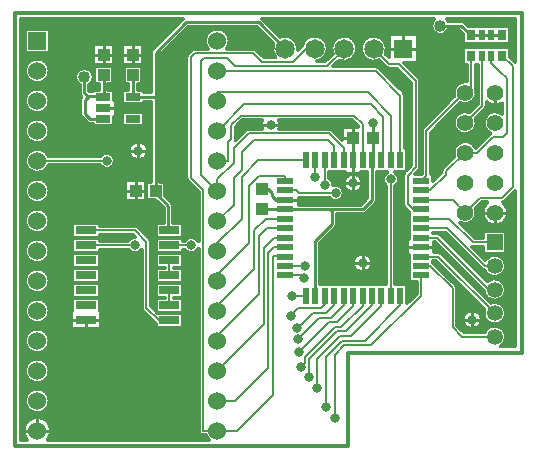
<source format=gtl>
G04 DesignSpark PCB Gerber Version 11.0 Build 5877*
%FSLAX35Y35*%
%MOIN*%
%ADD82R,0.02165X0.03740*%
%ADD80R,0.02362X0.05807*%
%ADD81R,0.03150X0.03740*%
%ADD84R,0.03937X0.03937*%
%ADD86R,0.05315X0.05315*%
%ADD21R,0.06000X0.06000*%
%ADD18R,0.06496X0.06496*%
%ADD15C,0.00800*%
%ADD11C,0.01000*%
%ADD10C,0.01200*%
%ADD14C,0.03200*%
%ADD13C,0.04000*%
%ADD87C,0.05315*%
%ADD83C,0.05500*%
%ADD20C,0.06000*%
%ADD19C,0.06496*%
%ADD79R,0.05807X0.02362*%
%ADD88R,0.04921X0.02559*%
%ADD85R,0.06988X0.02756*%
%ADD78R,0.03937X0.03937*%
X0Y0D02*
D02*
D10*
X2937Y2652D02*
X114222D01*
Y33756D01*
X172053D01*
Y147229D01*
X2937D01*
Y2652D01*
X5137Y145029D02*
Y4852D01*
X6969D01*
G75*
G02*
X5900Y7800I3531J2948D01*
G01*
G75*
G02*
X15100I4600J0D01*
G01*
G75*
G02*
X14031Y4852I-4600J0D01*
G01*
X67650D01*
G75*
G02*
X66684Y6300I2850J2947D01*
G01*
X65769D01*
G75*
G02*
X64269Y7800I0J1500D01*
G01*
Y68482D01*
G75*
G02*
X59617Y68205I-2407J1222D01*
G01*
X59130D01*
Y67225D01*
X49941D01*
Y72178D01*
X59130D01*
Y71205D01*
X59617D01*
G75*
G02*
X64269Y70927I2245J-1500D01*
G01*
Y87370D01*
X60645Y90995D01*
G75*
G02*
X60206Y92056I1061J1061D01*
G01*
Y132381D01*
G75*
G02*
X60645Y133441I1500J0D01*
G01*
X61895Y134692D01*
G75*
G02*
X62958Y135131I1061J-1061D01*
G01*
X67388D01*
G75*
G02*
X66400Y137800I3112J2669D01*
G01*
G75*
G02*
X74600I4100J0D01*
G01*
G75*
G02*
X73612Y135131I-4100J0D01*
G01*
X82491D01*
G75*
G02*
X83554Y134692I2J-1500D01*
G01*
X85928Y132318D01*
X89876D01*
G75*
G02*
X89146Y136922I3260J2877D01*
G01*
X83721Y142346D01*
X60805D01*
X51549Y133091D01*
Y126525D01*
G75*
G02*
X51550Y126475I-1594J-50D01*
G01*
Y90902D01*
X53020D01*
Y86124D01*
X55335Y83811D01*
G75*
G02*
X55805Y82678I-1130J-1133D01*
G01*
Y77178D01*
X59130D01*
Y72225D01*
X49941D01*
Y77178D01*
X52605D01*
Y82015D01*
X49849Y84769D01*
X46882D01*
Y90902D01*
X48350D01*
Y117445D01*
X45961D01*
Y116666D01*
X38839D01*
Y121426D01*
X40724D01*
Y123406D01*
X39256D01*
Y129544D01*
X45394D01*
Y123406D01*
X43924D01*
Y121426D01*
X45961D01*
Y120645D01*
X48350D01*
Y126425D01*
G75*
G02*
X48349Y126475I1594J50D01*
G01*
Y133754D01*
G75*
G02*
X48819Y134887I1600J0D01*
G01*
X58963Y145029D01*
X5137D01*
X49941Y57178D02*
X59130D01*
Y52225D01*
X56034D01*
Y52178D01*
X59130D01*
Y47225D01*
X50519D01*
X50566Y47178D01*
X59130D01*
Y42225D01*
X49941D01*
Y43566D01*
G75*
G02*
X49860Y43641I983J1135D01*
G01*
X45796Y47705D01*
G75*
G02*
X45357Y48765I1061J1061D01*
G01*
Y68211D01*
G75*
G02*
X40861Y68202I-2251J1491D01*
G01*
X31272D01*
Y67225D01*
X22083D01*
Y72178D01*
X31272D01*
Y71202D01*
X40861D01*
G75*
G02*
X43128Y72402I2245J-1500D01*
G01*
X42328Y73202D01*
X31272D01*
Y72225D01*
X22083D01*
Y77178D01*
X31272D01*
Y76202D01*
X42947D01*
G75*
G02*
X44010Y75762I2J-1500D01*
G01*
X47918Y71855D01*
G75*
G02*
X48357Y70794I-1061J-1061D01*
G01*
Y49387D01*
X49941Y47803D01*
Y52178D01*
X53034D01*
Y52225D01*
X49941D01*
Y57178D01*
Y67178D02*
X59130D01*
Y62225D01*
X56034D01*
Y62178D01*
X59130D01*
Y57225D01*
X49941D01*
Y62178D01*
X53034D01*
Y62225D01*
X49941D01*
Y67178D01*
X6400Y17800D02*
G75*
G02*
X14600I4100J0D01*
G01*
G75*
G02*
X6400I-4100J0D01*
G01*
Y27800D02*
G75*
G02*
X14600I4100J0D01*
G01*
G75*
G02*
X6400I-4100J0D01*
G01*
Y37800D02*
G75*
G02*
X14600I4100J0D01*
G01*
G75*
G02*
X6400I-4100J0D01*
G01*
Y47800D02*
G75*
G02*
X14600I4100J0D01*
G01*
G75*
G02*
X6400I-4100J0D01*
G01*
Y57800D02*
G75*
G02*
X14600I4100J0D01*
G01*
G75*
G02*
X6400I-4100J0D01*
G01*
Y67800D02*
G75*
G02*
X14600I4100J0D01*
G01*
G75*
G02*
X6400I-4100J0D01*
G01*
Y77800D02*
G75*
G02*
X14600I4100J0D01*
G01*
G75*
G02*
X6400I-4100J0D01*
G01*
Y87800D02*
G75*
G02*
X14600I4100J0D01*
G01*
G75*
G02*
X6400I-4100J0D01*
G01*
X31483Y99300D02*
G75*
G02*
X36428Y97800I2245J-1500D01*
G01*
G75*
G02*
X31483Y96300I-2700J0D01*
G01*
X14316D01*
G75*
G02*
X6400Y97800I-3816J1500D01*
G01*
G75*
G02*
X14316Y99300I4100J0D01*
G01*
X31483D01*
X31272Y47678D02*
X31772D01*
Y41725D01*
X21583D01*
Y47678D01*
X22083D01*
Y52178D01*
X31272D01*
Y47678D01*
X22083Y57178D02*
X31272D01*
Y52225D01*
X22083D01*
Y57178D01*
Y62178D02*
X31272D01*
Y57225D01*
X22083D01*
Y62178D01*
Y67178D02*
X31272D01*
Y62225D01*
X22083D01*
Y67178D01*
X6400Y107800D02*
G75*
G02*
X14600I4100J0D01*
G01*
G75*
G02*
X6400I-4100J0D01*
G01*
Y117800D02*
G75*
G02*
X14600I4100J0D01*
G01*
G75*
G02*
X6400I-4100J0D01*
G01*
Y127800D02*
G75*
G02*
X14600I4100J0D01*
G01*
G75*
G02*
X6400I-4100J0D01*
G01*
X6402Y141898D02*
X14598D01*
Y133702D01*
X6402D01*
Y141898D01*
X36118Y118225D02*
X36618D01*
Y112465D01*
X36118D01*
Y109265D01*
X28996D01*
Y110043D01*
X28207D01*
G75*
G02*
X27074Y110513I0J1600D01*
G01*
X25252Y112336D01*
G75*
G02*
X24782Y113469I1130J1132D01*
G01*
Y118157D01*
G75*
G02*
X25214Y119251I1600J0D01*
G01*
X25096Y119369D01*
G75*
G02*
X24626Y120502I1130J1133D01*
G01*
Y123005D01*
G75*
G02*
X23126Y125660I1600J2655D01*
G01*
G75*
G02*
X29326I3100J0D01*
G01*
G75*
G02*
X27826Y123005I-3100J0D01*
G01*
Y121165D01*
X27982Y121008D01*
X28996D01*
Y121426D01*
X31034D01*
Y123406D01*
X29567D01*
Y129544D01*
X35701D01*
Y123406D01*
X34234D01*
Y121426D01*
X36118D01*
Y118225D01*
X29067Y136737D02*
X36201D01*
Y129599D01*
X29067D01*
Y136737D01*
X38756D02*
X45894D01*
Y129599D01*
X38756D01*
Y136737D01*
X38839Y114024D02*
X45961D01*
Y109265D01*
X38839D01*
Y114024D01*
X39689Y91402D02*
X46827D01*
Y84269D01*
X39689D01*
Y91402D01*
X41000Y101121D02*
G75*
G02*
X47400I3200J0D01*
G01*
G75*
G02*
X41000I-3200J0D01*
G01*
X5737Y17800D02*
G36*
X5737Y17800D02*
Y5452D01*
X6544D01*
G75*
G02*
X5900Y7799I3953J2347D01*
G01*
G75*
G02*
Y7800I5639J1D01*
G01*
G75*
G02*
X15100I4600J0D01*
G01*
G75*
G02*
Y7799I-5639J0D01*
G01*
G75*
G02*
X14456Y5452I-4597J0D01*
G01*
X67139D01*
G75*
G02*
X66684Y6300I3361J2347D01*
G01*
X65769D01*
G75*
G02*
X64269Y7800I0J1500D01*
G01*
Y17800D01*
X14600D01*
G75*
G02*
X6400I-4100J0D01*
G01*
X5737D01*
G37*
Y27800D02*
G36*
X5737Y27800D02*
Y17800D01*
X6400D01*
G75*
G02*
X14600I4100J0D01*
G01*
X64269D01*
Y27800D01*
X14600D01*
G75*
G02*
X6400I-4100J0D01*
G01*
X5737D01*
G37*
Y37800D02*
G36*
X5737Y37800D02*
Y27800D01*
X6400D01*
G75*
G02*
X14600I4100J0D01*
G01*
X64269D01*
Y37800D01*
X14600D01*
G75*
G02*
X6400I-4100J0D01*
G01*
X5737D01*
G37*
Y47800D02*
G36*
X5737Y47800D02*
Y37800D01*
X6400D01*
G75*
G02*
X14600I4100J0D01*
G01*
X64269D01*
Y47800D01*
X59130D01*
Y47225D01*
X50519D01*
X50566Y47178D01*
X59130D01*
Y42225D01*
X49941D01*
Y43566D01*
G75*
G02*
X49860Y43641I1202J1371D01*
G01*
X45796Y47705D01*
G75*
G02*
X45709Y47800I1060J1061D01*
G01*
X31272D01*
Y47678D01*
X31772D01*
Y41725D01*
X21583D01*
Y47678D01*
X22083D01*
Y47800D01*
X14600D01*
G75*
G02*
X6400I-4100J0D01*
G01*
X5737D01*
G37*
Y54702D02*
G36*
X5737Y54702D02*
Y47800D01*
X6400D01*
G75*
G02*
X14600I4100J0D01*
G01*
X22083D01*
Y52178D01*
X31272D01*
Y47800D01*
X45709D01*
G75*
G02*
X45357Y48765I1148J965D01*
G01*
Y54702D01*
X31272D01*
Y52225D01*
X22083D01*
Y54702D01*
X13185D01*
G75*
G02*
X7815I-2685J3098D01*
G01*
X5737D01*
G37*
X48357D02*
G36*
X48357Y54702D02*
Y49387D01*
X49941Y47803D01*
Y52178D01*
X53034D01*
Y52225D01*
X49941D01*
Y54702D01*
X48357D01*
G37*
X56034Y52225D02*
G36*
X56034Y52225D02*
Y52178D01*
X59130D01*
Y47800D01*
X64269D01*
Y54702D01*
X59130D01*
Y52225D01*
X56034D01*
G37*
X5737Y59702D02*
G36*
X5737Y59702D02*
Y54702D01*
X7815D01*
G75*
G02*
X6400Y57800I2685J3098D01*
G01*
G75*
G02*
X6868Y59702I4100J0D01*
G01*
X5737D01*
G37*
X14600Y57800D02*
G36*
X14600Y57800D02*
G75*
G02*
X13185Y54702I-4100J0D01*
G01*
X22083D01*
Y57178D01*
X31272D01*
Y54702D01*
X45357D01*
Y59702D01*
X31272D01*
Y57225D01*
X22083D01*
Y59702D01*
X14132D01*
G75*
G02*
X14600Y57800I-3632J-1902D01*
G01*
G37*
X48357Y59702D02*
G36*
X48357Y59702D02*
Y54702D01*
X49941D01*
Y57178D01*
X59130D01*
Y54702D01*
X64269D01*
Y59702D01*
X59130D01*
Y57225D01*
X49941D01*
Y59702D01*
X48357D01*
G37*
X5737Y64702D02*
G36*
X5737Y64702D02*
Y59702D01*
X6868D01*
G75*
G02*
X14132I3632J-1902D01*
G01*
X22083D01*
Y62178D01*
X31272D01*
Y59702D01*
X45357D01*
Y64702D01*
X31272D01*
Y62225D01*
X22083D01*
Y64702D01*
X13185D01*
G75*
G02*
X7815I-2685J3098D01*
G01*
X5737D01*
G37*
X48357D02*
G36*
X48357Y64702D02*
Y59702D01*
X49941D01*
Y62178D01*
X53034D01*
Y62225D01*
X49941D01*
Y64702D01*
X48357D01*
G37*
X56034Y62225D02*
G36*
X56034Y62225D02*
Y62178D01*
X59130D01*
Y59702D01*
X64269D01*
Y64702D01*
X59130D01*
Y62225D01*
X56034D01*
G37*
X5737Y67800D02*
G36*
X5737Y67800D02*
Y64702D01*
X7815D01*
G75*
G02*
X6400Y67800I2685J3098D01*
G01*
X5737D01*
G37*
X14600D02*
G36*
X14600Y67800D02*
G75*
G02*
X13185Y64702I-4100J0D01*
G01*
X22083D01*
Y67178D01*
X31272D01*
Y64702D01*
X45357D01*
Y67800D01*
X45022D01*
G75*
G02*
X41189I-1917J1901D01*
G01*
X31272D01*
Y67225D01*
X22083D01*
Y67800D01*
X14600D01*
G37*
X48357D02*
G36*
X48357Y67800D02*
Y64702D01*
X49941D01*
Y67178D01*
X59130D01*
Y64702D01*
X64269D01*
Y67800D01*
X63776D01*
G75*
G02*
X59948I-1913J1904D01*
G01*
X59130D01*
Y67225D01*
X49941D01*
Y67800D01*
X48357D01*
G37*
X5737Y77800D02*
G36*
X5737Y77800D02*
Y67800D01*
X6400D01*
G75*
G02*
X14600I4100J0D01*
G01*
X22083D01*
Y72178D01*
X31272D01*
Y71202D01*
X40861D01*
G75*
G02*
X43128Y72402I2244J-1498D01*
G01*
X42328Y73202D01*
X31272D01*
Y72225D01*
X22083D01*
Y77178D01*
X31272D01*
Y76202D01*
X42947D01*
G75*
G02*
X44010Y75762I2J-1501D01*
G01*
X47918Y71855D01*
G75*
G02*
X48357Y70794I-1060J-1061D01*
G01*
Y67800D01*
X49941D01*
Y72178D01*
X59130D01*
Y71205D01*
X59617D01*
G75*
G02*
X64269Y70927I2245J-1500D01*
G01*
Y77800D01*
X55805D01*
Y77178D01*
X59130D01*
Y72225D01*
X49941D01*
Y77178D01*
X52605D01*
Y77800D01*
X14600D01*
G75*
G02*
X6400I-4100J0D01*
G01*
X5737D01*
G37*
X31272Y68202D02*
G36*
X31272Y68202D02*
Y67800D01*
X41189D01*
G75*
G02*
X40861Y68202I1917J1902D01*
G01*
X31272D01*
G37*
X45022Y67800D02*
G36*
X45022Y67800D02*
X45357D01*
Y68211D01*
G75*
G02*
X45022Y67800I-2251J1491D01*
G01*
G37*
X59130Y68205D02*
G36*
X59130Y68205D02*
Y67800D01*
X59948D01*
G75*
G02*
X59617Y68205I1914J1906D01*
G01*
X59130D01*
G37*
X63776Y67800D02*
G36*
X63776Y67800D02*
X64269D01*
Y68482D01*
G75*
G02*
X63776Y67800I-2407J1222D01*
G01*
G37*
X5737Y87800D02*
G36*
X5737Y87800D02*
Y77800D01*
X6400D01*
G75*
G02*
X14600I4100J0D01*
G01*
X52605D01*
Y82015D01*
X49849Y84769D01*
X46882D01*
Y87800D01*
X46827D01*
Y84269D01*
X39689D01*
Y87800D01*
X14600D01*
G75*
G02*
X6400I-4100J0D01*
G01*
X5737D01*
G37*
X53020D02*
G36*
X53020Y87800D02*
Y86124D01*
X55335Y83811D01*
G75*
G02*
X55805Y82678I-1129J-1132D01*
G01*
Y77800D01*
X64269D01*
Y87370D01*
X63840Y87800D01*
X53020D01*
G37*
X5737Y97800D02*
G36*
X5737Y97800D02*
Y87800D01*
X6400D01*
G75*
G02*
X14600I4100J0D01*
G01*
X39689D01*
Y91402D01*
X46827D01*
Y87800D01*
X46882D01*
Y90902D01*
X48350D01*
Y97800D01*
X36428D01*
Y97800D01*
G75*
G02*
X31483Y96300I-2700J0D01*
G01*
X14316D01*
G75*
G02*
X6400Y97800I-3816J1500D01*
G01*
X5737D01*
G37*
X51550D02*
G36*
X51550Y97800D02*
Y90902D01*
X53020D01*
Y87800D01*
X63840D01*
X60645Y90995D01*
G75*
G02*
X60206Y92056I1060J1061D01*
G01*
Y97800D01*
X51550D01*
G37*
X5737Y101121D02*
G36*
X5737Y101121D02*
Y97800D01*
X6400D01*
G75*
G02*
X8095Y101121I4100J0D01*
G01*
X5737D01*
G37*
X12905D02*
G36*
X12905Y101121D02*
G75*
G02*
X14316Y99300I-2405J-3320D01*
G01*
X31483D01*
G75*
G02*
X36428Y97800I2245J-1500D01*
G01*
Y97800D01*
X48350D01*
Y101121D01*
X47400D01*
G75*
G02*
X41000I-3200J0D01*
G01*
X12905D01*
G37*
X51550D02*
G36*
X51550Y101121D02*
Y97800D01*
X60206D01*
Y101121D01*
X51550D01*
G37*
X5737Y107800D02*
G36*
X5737Y107800D02*
Y101121D01*
X8095D01*
G75*
G02*
X12905I2405J-3321D01*
G01*
X41000D01*
G75*
G02*
X47400I3200J0D01*
G01*
X48350D01*
Y107800D01*
X14600D01*
G75*
G02*
X6400I-4100J0D01*
G01*
X5737D01*
G37*
X51550D02*
G36*
X51550Y107800D02*
Y101121D01*
X60206D01*
Y107800D01*
X51550D01*
G37*
X5737Y111644D02*
G36*
X5737Y111644D02*
Y107800D01*
X6400D01*
G75*
G02*
X9075Y111644I4100J0D01*
G01*
X5737D01*
G37*
X11925D02*
G36*
X11925Y111644D02*
G75*
G02*
X14600Y107800I-1425J-3844D01*
G01*
X48350D01*
Y111644D01*
X45961D01*
Y109265D01*
X38839D01*
Y111644D01*
X36118D01*
Y109265D01*
X28996D01*
Y110043D01*
X28207D01*
G75*
G02*
X27074Y110513I-1J1599D01*
G01*
X25943Y111644D01*
X11925D01*
G37*
X51550D02*
G36*
X51550Y111644D02*
Y107800D01*
X60206D01*
Y111644D01*
X51550D01*
G37*
X5737Y117800D02*
G36*
X5737Y117800D02*
Y111644D01*
X9075D01*
G75*
G02*
X11925I1425J-3845D01*
G01*
X25943D01*
X25252Y112336D01*
G75*
G02*
X24782Y113468I1129J1132D01*
G01*
Y113469D01*
Y117800D01*
X14600D01*
G75*
G02*
X6400I-4100J0D01*
G01*
X5737D01*
G37*
X36118Y112465D02*
G36*
X36118Y112465D02*
Y111644D01*
X38839D01*
Y114024D01*
X45961D01*
Y111644D01*
X48350D01*
Y117445D01*
X45961D01*
Y116666D01*
X38839D01*
Y117800D01*
X36618D01*
Y112465D01*
X36118D01*
G37*
X51550Y117800D02*
G36*
X51550Y117800D02*
Y111644D01*
X60206D01*
Y117800D01*
X51550D01*
G37*
X5737Y127800D02*
G36*
X5737Y127800D02*
Y117800D01*
X6400D01*
G75*
G02*
X14600I4100J0D01*
G01*
X24782D01*
Y118157D01*
Y118158D01*
G75*
G02*
X25214Y119251I1599J0D01*
G01*
X25096Y119369D01*
G75*
G02*
X24626Y120502I1129J1132D01*
G01*
Y120502D01*
Y123005D01*
G75*
G02*
X23126Y125659I1599J2655D01*
G01*
Y125660D01*
G75*
G02*
X23983Y127800I3100J0D01*
G01*
X14600D01*
G75*
G02*
X6400I-4100J0D01*
G01*
X5737D01*
G37*
X27826Y123005D02*
G36*
X27826Y123005D02*
Y121165D01*
X27982Y121008D01*
X28996D01*
Y121426D01*
X31034D01*
Y123406D01*
X29567D01*
Y127800D01*
X28468D01*
G75*
G02*
X29326Y125660I-2243J-2141D01*
G01*
Y125659D01*
G75*
G02*
X27826Y123005I-3099J0D01*
G01*
G37*
X34234Y123406D02*
G36*
X34234Y123406D02*
Y121426D01*
X36118D01*
Y118225D01*
X36618D01*
Y117800D01*
X38839D01*
Y121426D01*
X40724D01*
Y123406D01*
X39256D01*
Y127800D01*
X35701D01*
Y123406D01*
X34234D01*
G37*
X43924D02*
G36*
X43924Y123406D02*
Y121426D01*
X45961D01*
Y120645D01*
X48350D01*
Y126425D01*
G75*
G02*
X48349Y126475I102313J1636D01*
G01*
Y127800D01*
X45394D01*
Y123406D01*
X43924D01*
G37*
X51549Y127800D02*
G36*
X51549Y127800D02*
Y126525D01*
G75*
G02*
X51550Y126475I-102313J-1636D01*
G01*
Y117800D01*
X60206D01*
Y127800D01*
X51549D01*
G37*
X5737Y133168D02*
G36*
X5737Y133168D02*
Y127800D01*
X6400D01*
G75*
G02*
X14600I4100J0D01*
G01*
X23983D01*
G75*
G02*
X28468I2243J-2140D01*
G01*
X29567D01*
Y129544D01*
X35701D01*
Y127800D01*
X39256D01*
Y129544D01*
X45394D01*
Y127800D01*
X48349D01*
Y133168D01*
X45894D01*
Y129599D01*
X38756D01*
Y133168D01*
X36201D01*
Y129599D01*
X29067D01*
Y133168D01*
X5737D01*
G37*
X51549Y133091D02*
G36*
X51549Y133091D02*
Y127800D01*
X60206D01*
Y132381D01*
G75*
G02*
X60429Y133168I1500J0D01*
G01*
X51626D01*
X51549Y133091D01*
G37*
X85078Y133168D02*
G36*
X85078Y133168D02*
X85928Y132318D01*
X89276D01*
Y133168D01*
X85078D01*
G37*
X5737Y137800D02*
G36*
X5737Y137800D02*
Y133168D01*
X29067D01*
Y136737D01*
X36201D01*
Y133168D01*
X38756D01*
Y136737D01*
X45894D01*
Y133168D01*
X48349D01*
Y133754D01*
Y133754D01*
G75*
G02*
X48819Y134887I1599J0D01*
G01*
X51733Y137800D01*
X14598D01*
Y133702D01*
X6402D01*
Y137800D01*
X5737D01*
G37*
X56259D02*
G36*
X56259Y137800D02*
X51626Y133168D01*
X60429D01*
G75*
G02*
X60645Y133441I1276J-788D01*
G01*
X61895Y134692D01*
G75*
G02*
X62958Y135131I1061J-1061D01*
G01*
X67388D01*
G75*
G02*
X66400Y137800I3116J2670D01*
G01*
X56259D01*
G37*
X74600Y137799D02*
G36*
X74600Y137799D02*
G75*
G02*
X73612Y135131I-4098J0D01*
G01*
X82491D01*
G75*
G02*
X83554Y134692I2J-1501D01*
G01*
X85078Y133168D01*
X89276D01*
Y133194D01*
G75*
G02*
X88788Y135195I3860J2001D01*
G01*
G75*
G02*
X89146Y136922I4349J0D01*
G01*
X88268Y137800D01*
X74600D01*
G75*
G02*
Y137799I-5639J0D01*
G01*
G37*
X5737Y144429D02*
G36*
X5737Y144429D02*
Y137800D01*
X6402D01*
Y141898D01*
X14598D01*
Y137800D01*
X51733D01*
X58363Y144429D01*
X5737D01*
G37*
X60805Y142346D02*
G36*
X60805Y142346D02*
X56259Y137800D01*
X66400D01*
G75*
G02*
X74600I4100J0D01*
G01*
X88268D01*
X83721Y142346D01*
X60805D01*
G37*
X76647Y105070D02*
G75*
G02*
X76600Y104694I-1500J-1D01*
G01*
X80026Y108121D01*
G75*
G02*
X81089Y108560I1061J-1061D01*
G01*
X85358D01*
G75*
G02*
X85434Y111343I2918J1313D01*
G01*
X78894D01*
X76647Y109096D01*
Y105070D01*
G36*
X76647Y105070D02*
G75*
G02*
X76600Y104694I-1500J-1D01*
G01*
X80026Y108121D01*
G75*
G02*
X81089Y108560I1061J-1061D01*
G01*
X85358D01*
G75*
G02*
X85434Y111343I2918J1313D01*
G01*
X78894D01*
X76647Y109096D01*
Y105070D01*
G37*
X85563Y145029D02*
X91408Y139185D01*
G75*
G02*
X97484Y135195I1728J-3990D01*
G01*
G75*
G02*
X97463Y134770I-4350J1D01*
G01*
X98709Y136016D01*
G75*
G02*
X107326Y135195I4270J-821D01*
G01*
G75*
G02*
X103722Y130911I-4348J0D01*
G01*
X106567D01*
X108923Y133268D01*
G75*
G02*
X112821Y139543I3898J1927D01*
G01*
G75*
G02*
X117169Y135195I0J-4348D01*
G01*
G75*
G02*
X111100Y131202I-4348J0D01*
G01*
X109198Y129300D01*
X123295D01*
G75*
G02*
X124358Y128861I2J-1500D01*
G01*
X132594Y120625D01*
G75*
G02*
X133033Y119564I-1061J-1061D01*
G01*
Y101926D01*
X133815D01*
Y94857D01*
X135229Y96272D01*
Y123632D01*
X130325Y128536D01*
X127821D01*
G75*
G02*
X126759Y128977I0J1500D01*
G01*
X124488Y131248D01*
G75*
G02*
X118315Y135195I-1825J3946D01*
G01*
G75*
G02*
X122663Y139543I4348J0D01*
G01*
G75*
G02*
X126610Y133369I0J-4348D01*
G01*
X127657Y132322D01*
Y140044D01*
X137354D01*
Y130347D01*
X132756D01*
X137790Y125314D01*
G75*
G02*
X138229Y124253I-1061J-1061D01*
G01*
Y95650D01*
G75*
G02*
X137790Y94590I-1500J0D01*
G01*
X136559Y93359D01*
X138535D01*
X138669Y93493D01*
Y107842D01*
G75*
G02*
X139109Y108902I1500J0D01*
G01*
X149489Y119283D01*
G75*
G02*
X153672Y124315I3652J1219D01*
G01*
Y125518D01*
G75*
G02*
X153614Y125933I1441J415D01*
G01*
Y129776D01*
X152439D01*
Y135713D01*
X168220D01*
Y132297D01*
X169853Y130665D01*
Y145029D01*
X147064D01*
G75*
G02*
X147512Y144453I-2207J-2176D01*
G01*
X151890D01*
G75*
G02*
X153023Y143983I0J-1600D01*
G01*
X154206Y142800D01*
X168220D01*
Y136863D01*
X152439D01*
Y140041D01*
X151228Y141253D01*
X147512D01*
G75*
G02*
X141757Y142853I-2655J1600D01*
G01*
G75*
G02*
X142649Y145029I3100J0D01*
G01*
X85563D01*
G36*
X85563Y145029D02*
X91408Y139185D01*
G75*
G02*
X97484Y135195I1728J-3990D01*
G01*
G75*
G02*
X97463Y134770I-4350J1D01*
G01*
X98709Y136016D01*
G75*
G02*
X107326Y135195I4270J-821D01*
G01*
G75*
G02*
X103722Y130911I-4348J0D01*
G01*
X106567D01*
X108923Y133268D01*
G75*
G02*
X112821Y139543I3898J1927D01*
G01*
G75*
G02*
X117169Y135195I0J-4348D01*
G01*
G75*
G02*
X111100Y131202I-4348J0D01*
G01*
X109198Y129300D01*
X123295D01*
G75*
G02*
X124358Y128861I2J-1500D01*
G01*
X132594Y120625D01*
G75*
G02*
X133033Y119564I-1061J-1061D01*
G01*
Y101926D01*
X133815D01*
Y94857D01*
X135229Y96272D01*
Y123632D01*
X130325Y128536D01*
X127821D01*
G75*
G02*
X126759Y128977I0J1500D01*
G01*
X124488Y131248D01*
G75*
G02*
X118315Y135195I-1825J3946D01*
G01*
G75*
G02*
X122663Y139543I4348J0D01*
G01*
G75*
G02*
X126610Y133369I0J-4348D01*
G01*
X127657Y132322D01*
Y140044D01*
X137354D01*
Y130347D01*
X132756D01*
X137790Y125314D01*
G75*
G02*
X138229Y124253I-1061J-1061D01*
G01*
Y95650D01*
G75*
G02*
X137790Y94590I-1500J0D01*
G01*
X136559Y93359D01*
X138535D01*
X138669Y93493D01*
Y107842D01*
G75*
G02*
X139109Y108902I1500J0D01*
G01*
X149489Y119283D01*
G75*
G02*
X153672Y124315I3652J1219D01*
G01*
Y125518D01*
G75*
G02*
X153614Y125933I1441J415D01*
G01*
Y129776D01*
X152439D01*
Y135713D01*
X168220D01*
Y132297D01*
X169853Y130665D01*
Y145029D01*
X147064D01*
G75*
G02*
X147512Y144453I-2207J-2176D01*
G01*
X151890D01*
G75*
G02*
X153023Y143983I0J-1600D01*
G01*
X154206Y142800D01*
X168220D01*
Y136863D01*
X152439D01*
Y140041D01*
X151228Y141253D01*
X147512D01*
G75*
G02*
X141757Y142853I-2655J1600D01*
G01*
G75*
G02*
X142649Y145029I3100J0D01*
G01*
X85563D01*
G37*
X91119Y111343D02*
G75*
G02*
X91194Y108560I-2843J-1470D01*
G01*
X107788D01*
G75*
G02*
X108851Y108121I2J-1500D01*
G01*
X112094Y104877D01*
Y109066D01*
X117435D01*
Y109385D01*
X115476Y111343D01*
X91119D01*
G36*
X91119Y111343D02*
G75*
G02*
X91194Y108560I-2843J-1470D01*
G01*
X107788D01*
G75*
G02*
X108851Y108121I2J-1500D01*
G01*
X112094Y104877D01*
Y109066D01*
X117435D01*
Y109385D01*
X115476Y111343D01*
X91119D01*
G37*
X97697Y85554D02*
Y83183D01*
X118405D01*
X120484Y85263D01*
Y93918D01*
X118567D01*
Y93418D01*
X116646D01*
G75*
G02*
X118985Y90336I-861J-3082D01*
G01*
G75*
G02*
X112585I-3200J0D01*
G01*
G75*
G02*
X114924Y93418I3200J0D01*
G01*
X113004D01*
Y93918D01*
X107836D01*
Y92158D01*
G75*
G02*
X109107Y89867I-1429J-2291D01*
G01*
G75*
G02*
X109093Y89596I-2701J2D01*
G01*
G75*
G02*
X112702Y87054I909J-2543D01*
G01*
G75*
G02*
X107757Y85554I-2700J0D01*
G01*
X97697D01*
G36*
X97697Y85554D02*
Y83183D01*
X118405D01*
X120484Y85263D01*
Y93918D01*
X118567D01*
Y93418D01*
X116646D01*
G75*
G02*
X118985Y90336I-861J-3082D01*
G01*
G75*
G02*
X112585I-3200J0D01*
G01*
G75*
G02*
X114924Y93418I3200J0D01*
G01*
X113004D01*
Y93918D01*
X107836D01*
Y92158D01*
G75*
G02*
X109107Y89867I-1429J-2291D01*
G01*
G75*
G02*
X109093Y89596I-2701J2D01*
G01*
G75*
G02*
X112702Y87054I909J-2543D01*
G01*
G75*
G02*
X107757Y85554I-2700J0D01*
G01*
X97697D01*
G37*
X104785Y70510D02*
Y56745D01*
X126883D01*
Y89342D01*
G75*
G02*
X127022Y93918I1500J2245D01*
G01*
X123684D01*
Y84600D01*
G75*
G02*
X123214Y83468I-1600J0D01*
G01*
X120200Y80454D01*
G75*
G02*
X119067Y79983I-1133J1130D01*
G01*
X110509D01*
Y76894D01*
G75*
G02*
X110039Y75761I-1600J0D01*
G01*
X104785Y70510D01*
X115711Y63765D02*
G75*
G02*
X122111I3200J0D01*
G01*
G75*
G02*
X115711I-3200J0D01*
G01*
X105385D02*
G36*
X105385Y63765D02*
Y57345D01*
X126422D01*
Y63765D01*
X122111D01*
G75*
G02*
X115711I-3200J0D01*
G01*
X105385D01*
G37*
Y71110D02*
G36*
X105385Y71110D02*
Y63765D01*
X115711D01*
G75*
G02*
X122111I3200J0D01*
G01*
X126422D01*
Y89731D01*
G75*
G02*
X125683Y91587I1962J1855D01*
G01*
G75*
G02*
X126312Y93318I2700J0D01*
G01*
X123684D01*
Y84600D01*
Y84600D01*
G75*
G02*
X123214Y83468I-1599J0D01*
G01*
X120200Y80454D01*
G75*
G02*
X119067Y79983I-1132J1129D01*
G01*
X110509D01*
Y76894D01*
G75*
G02*
X110039Y75761I-1599J-1D01*
G01*
X105385Y71110D01*
G37*
X129883Y89342D02*
Y56745D01*
X133815D01*
Y50312D01*
X136948Y53446D01*
Y57304D01*
X134372D01*
Y66253D01*
X133872D01*
Y71812D01*
X134372D01*
Y80725D01*
X132855Y82242D01*
G75*
G02*
X132416Y83303I1061J1061D01*
G01*
Y92837D01*
G75*
G02*
X132855Y93898I1500J0D01*
G01*
X132876Y93918D01*
X129745D01*
G75*
G02*
X129883Y89342I-1362J-2331D01*
G01*
G36*
X129883Y89342D02*
Y56745D01*
X133815D01*
Y50312D01*
X136948Y53446D01*
Y57304D01*
X134372D01*
Y66253D01*
X133872D01*
Y71812D01*
X134372D01*
Y80725D01*
X132855Y82242D01*
G75*
G02*
X132416Y83303I1061J1061D01*
G01*
Y92837D01*
G75*
G02*
X132855Y93898I1500J0D01*
G01*
X132876Y93918D01*
X129745D01*
G75*
G02*
X129883Y89342I-1362J-2331D01*
G01*
G37*
X141669Y107220D02*
Y93359D01*
X142378D01*
Y90917D01*
X145232Y93771D01*
Y94250D01*
G75*
G02*
X145672Y95311I1500J0D01*
G01*
X149529Y99168D01*
G75*
G02*
X156659Y102065I3611J1334D01*
G01*
X161464Y106870D01*
G75*
G02*
X161586Y106980I1063J-1062D01*
G01*
G75*
G02*
X163141Y114352I1554J3522D01*
G01*
G75*
G02*
X165551Y113504I0J-3850D01*
G01*
Y116881D01*
G75*
G02*
X160256Y117246I-2411J3621D01*
G01*
Y116126D01*
G75*
G02*
X159815Y115063I-1500J0D01*
G01*
X156706Y111955D01*
G75*
G02*
X153141Y106652I-3565J-1453D01*
G01*
G75*
G02*
X149291Y110502I0J3850D01*
G01*
G75*
G02*
X154580Y114072I3850J0D01*
G01*
X157256Y116747D01*
Y129776D01*
X156614D01*
Y126290D01*
G75*
G02*
X156672Y125875I-1441J-415D01*
G01*
Y122034D01*
G75*
G02*
X151478Y117030I-3532J-1532D01*
G01*
X141669Y107220D01*
G36*
X141669Y107220D02*
Y93359D01*
X142378D01*
Y90917D01*
X145232Y93771D01*
Y94250D01*
G75*
G02*
X145672Y95311I1500J0D01*
G01*
X149529Y99168D01*
G75*
G02*
X156659Y102065I3611J1334D01*
G01*
X161464Y106870D01*
G75*
G02*
X161586Y106980I1063J-1062D01*
G01*
G75*
G02*
X163141Y114352I1554J3522D01*
G01*
G75*
G02*
X165551Y113504I0J-3850D01*
G01*
Y116881D01*
G75*
G02*
X160256Y117246I-2411J3621D01*
G01*
Y116126D01*
G75*
G02*
X159815Y115063I-1500J0D01*
G01*
X156706Y111955D01*
G75*
G02*
X153141Y106652I-3565J-1453D01*
G01*
G75*
G02*
X149291Y110502I0J3850D01*
G01*
G75*
G02*
X154580Y114072I3850J0D01*
G01*
X157256Y116747D01*
Y129776D01*
X156614D01*
Y126290D01*
G75*
G02*
X156672Y125875I-1441J-415D01*
G01*
Y122034D01*
G75*
G02*
X151478Y117030I-3532J-1532D01*
G01*
X141669Y107220D01*
G37*
X142378Y64383D02*
Y63958D01*
G75*
G02*
X142573Y63794I-865J-1225D01*
G01*
X149981Y56386D01*
G75*
G02*
X150420Y55325I-1061J-1061D01*
G01*
Y42894D01*
X152668Y40646D01*
X159542D01*
G75*
G02*
X166745Y39146I3445J-1500D01*
G01*
G75*
G02*
X164972Y35956I-3757J0D01*
G01*
X169853D01*
Y87734D01*
X166549Y84430D01*
G75*
G02*
X165715Y84008I-1061J1060D01*
G01*
G75*
G02*
X163141Y76152I-2575J-3506D01*
G01*
G75*
G02*
X160543Y83991I0J4350D01*
G01*
X158751D01*
X156708Y81948D01*
G75*
G02*
X151318Y77111I-3568J-1446D01*
G01*
X156286Y72143D01*
X159228D01*
Y74398D01*
X166744D01*
Y66887D01*
X159228D01*
Y69143D01*
X155667D01*
G75*
G02*
X155503Y69151I-4J1500D01*
G01*
X159837Y64817D01*
G75*
G02*
X166745Y62769I3150J-2048D01*
G01*
G75*
G02*
X159535Y61286I-3757J0D01*
G01*
G75*
G02*
X158704Y61708I230J1482D01*
G01*
X146580Y73831D01*
X142378D01*
Y73682D01*
X143784D01*
G75*
G02*
X144847Y73243I2J-1500D01*
G01*
X160436Y57653D01*
G75*
G02*
X166745Y54894I2551J-2759D01*
G01*
G75*
G02*
X159241Y54606I-3757J0D01*
G01*
X143165Y70682D01*
X142878D01*
Y67383D01*
X144123D01*
G75*
G02*
X145186Y66943I2J-1500D01*
G01*
X161612Y50517D01*
G75*
G02*
X166745Y47020I1375J-3497D01*
G01*
G75*
G02*
X159230I-3757J0D01*
G01*
G75*
G02*
X159491Y48396I3757J0D01*
G01*
X143504Y64383D01*
X142378D01*
X152285Y44853D02*
G75*
G02*
X158685I3200J0D01*
G01*
G75*
G02*
X152285I-3200J0D01*
G01*
X150420D02*
G36*
X150420Y44853D02*
Y42894D01*
X152668Y40646D01*
X159542D01*
G75*
G02*
X166745Y39146I3445J-1500D01*
G01*
G75*
G02*
X165709Y36556I-3757J0D01*
G01*
X169253D01*
Y44853D01*
X166057D01*
G75*
G02*
X159918I-3069J2167D01*
G01*
X158685D01*
G75*
G02*
X152285I-3200J0D01*
G01*
X150420D01*
G37*
X142978Y64383D02*
G36*
X142978Y64383D02*
Y63389D01*
X149981Y56386D01*
G75*
G02*
X150420Y55325I-1060J-1061D01*
G01*
Y44853D01*
X152285D01*
G75*
G02*
X158685I3200J0D01*
G01*
X159918D01*
G75*
G02*
X159230Y47020I3069J2168D01*
G01*
G75*
G02*
X159491Y48396I3758J0D01*
G01*
X143504Y64383D01*
X142978D01*
G37*
Y70682D02*
G36*
X142978Y70682D02*
Y67383D01*
X144123D01*
G75*
G02*
X145186Y66943I2J-1501D01*
G01*
X161612Y50517D01*
G75*
G02*
X166745Y47021I1376J-3496D01*
G01*
Y47020D01*
G75*
G02*
X166057Y44853I-3757J0D01*
G01*
X169253D01*
Y87134D01*
X166549Y84430D01*
G75*
G02*
X165715Y84008I-1061J1061D01*
G01*
G75*
G02*
X167491Y80502I-2575J-3506D01*
G01*
G75*
G02*
X163141Y76152I-4350J0D01*
G01*
G75*
G02*
X158791Y80502I0J4350D01*
G01*
G75*
G02*
X160543Y83991I4350J0D01*
G01*
X158751D01*
X156708Y81948D01*
G75*
G02*
X156990Y80502I-3568J-1446D01*
G01*
G75*
G02*
X151318Y77111I-3850J0D01*
G01*
X156286Y72143D01*
X159228D01*
Y74398D01*
X166744D01*
Y66887D01*
X159228D01*
Y69143D01*
X155667D01*
G75*
G02*
X155503Y69151I-7J1440D01*
G01*
X159837Y64817D01*
G75*
G02*
X166745Y62769I3150J-2048D01*
G01*
G75*
G02*
X159535Y61286I-3757J0D01*
G01*
G75*
G02*
X158704Y61708I228J1479D01*
G01*
X146580Y73831D01*
X142978D01*
Y73682D01*
X143784D01*
G75*
G02*
X144847Y73243I2J-1501D01*
G01*
X160436Y57653D01*
G75*
G02*
X166745Y54894I2551J-2759D01*
G01*
G75*
G02*
X159241Y54606I-3757J0D01*
G01*
X143165Y70682D01*
X142978D01*
G37*
D02*
D11*
X8000Y7800D02*
X5900D01*
X10500Y10300D02*
Y12400D01*
X13000Y7800D02*
X15100D01*
X23682Y44702D02*
X21583D01*
X26226Y125660D02*
Y120502D01*
X27320Y119408D01*
Y119095D01*
X26676Y43824D02*
Y41725D01*
X27320Y119095D02*
X27632Y119408D01*
X32195D01*
X32558Y119045D01*
X29670Y44702D02*
X31772D01*
X31165Y133168D02*
X29067D01*
X32558Y111643D02*
X28207D01*
X26382Y113469D01*
Y118157D01*
X27320Y119095D01*
X32634Y126475D02*
Y119121D01*
X32558Y119045D01*
X32634Y131699D02*
Y129599D01*
Y134636D02*
Y136737D01*
X34102Y133168D02*
X36201D01*
X34519Y115344D02*
X36618D01*
X40856Y133168D02*
X38756D01*
X41788Y87835D02*
X39689D01*
X42324Y126475D02*
Y119121D01*
X42400Y119045D01*
X42324Y131699D02*
Y129599D01*
Y134636D02*
Y136737D01*
X42400Y119045D02*
X49950D01*
X43100Y101121D02*
X41000D01*
X43257Y86367D02*
Y84269D01*
Y89304D02*
Y91402D01*
X43793Y133168D02*
X45894D01*
X44200Y100021D02*
Y97921D01*
Y102221D02*
Y104321D01*
X44725Y87835D02*
X46827D01*
X45300Y101121D02*
X47400D01*
X49950Y87835D02*
Y119045D01*
Y87835D02*
Y86931D01*
X54203Y82678D01*
Y75033D01*
X54534Y74702D01*
X49950Y119045D02*
Y126475D01*
Y133754D01*
X60143Y143947D01*
X84384D01*
X93136Y135195D01*
X85463Y81734D02*
X93091D01*
X93194Y81631D01*
X85463Y88427D02*
X87528D01*
X88745Y87210D01*
Y86187D01*
X90152Y84780D01*
X93194D01*
X87176Y109874D02*
X85076D01*
X89376D02*
X91476D01*
X95598Y84780D02*
X97697D01*
X103187Y52741D02*
Y71173D01*
X108908Y76894D01*
Y80802D01*
X108126Y81583D01*
X103187Y97922D02*
X103125D01*
X108126Y81583D02*
X93929D01*
X93881Y81631D01*
X93194D01*
X114194Y105497D02*
X112094D01*
X114685Y90336D02*
X112585D01*
X115662Y105497D02*
Y98045D01*
X115785Y97922D01*
X115662Y106966D02*
Y109066D01*
X115785Y89236D02*
Y87136D01*
Y97922D02*
Y90336D01*
X116885D02*
X118985D01*
X117811Y63765D02*
X115711D01*
X118911Y62665D02*
Y60565D01*
Y64865D02*
Y66965D01*
X120011Y63765D02*
X122111D01*
X122084Y97922D02*
Y84600D01*
X119067Y81583D01*
X108126D01*
X122350Y110343D02*
X122355D01*
Y105497D01*
Y98193D01*
X122084Y97922D01*
X129758Y135195D02*
X127657D01*
X132506Y137943D02*
Y140044D01*
X135254Y135195D02*
X137354D01*
X135972Y69032D02*
X133872D01*
X140779D02*
X142878D01*
X154385Y44853D02*
X152285D01*
X155114Y139831D02*
X154911D01*
X151890Y142853D01*
X144857D01*
X155114Y139831D02*
X158756D01*
X155485Y43753D02*
Y41653D01*
Y45953D02*
Y48053D01*
X156585Y44853D02*
X158685D01*
X158756Y139831D02*
X161905D01*
X160891Y80502D02*
X158791D01*
X161905Y139831D02*
X165547D01*
X163141Y78252D02*
Y76152D01*
Y118252D02*
Y116152D01*
X165391Y80502D02*
X167491D01*
D02*
D13*
X26226Y125660D03*
X144857Y142853D03*
D02*
D14*
X33728Y97800D03*
X43106Y69702D03*
X44200Y101121D03*
X61862Y69705D03*
X88276Y109874D03*
X94997Y46104D03*
X95466Y52668D03*
X97185Y42040D03*
X97342Y38289D03*
X97811Y34225D03*
X98436Y29223D03*
X99530Y58764D03*
X99843Y62733D03*
X101093Y25785D03*
X103125Y92368D03*
X103750Y22033D03*
X106407Y89867D03*
X106876Y15625D03*
X109689Y12030D03*
X110002Y87054D03*
X115785Y90336D03*
X118911Y63765D03*
X122350Y110343D03*
X128383Y91587D03*
X155485Y44853D03*
D02*
D15*
X10500Y97800D02*
X33728D01*
X26676Y69702D02*
X43106D01*
X54534Y44702D02*
X50921D01*
X46857Y48765D01*
Y70794D01*
X42950Y74702D01*
X26676D01*
X54534Y54702D02*
Y49702D01*
Y64702D02*
Y59702D01*
X61862Y69705D02*
X54537D01*
X54534Y69702D01*
X70500Y7800D02*
X65769D01*
Y87992D01*
X61706Y92056D01*
Y132381D01*
X62956Y133631D01*
X82493D01*
X85307Y130818D01*
X95631D01*
X100009Y135195D01*
X102978D01*
X70500Y7800D02*
X77013D01*
X89058Y19845D01*
Y65954D01*
X93194D01*
Y65883D01*
X70500Y27800D02*
Y27858D01*
X85932Y43290D01*
Y68767D01*
X89370Y72206D01*
X93194D01*
Y72182D01*
X70500Y87800D02*
Y91628D01*
X76085Y97213D01*
Y102059D01*
X81087Y107060D01*
X107790D01*
X112635Y102215D01*
Y97922D01*
X70500Y97800D02*
X74209D01*
Y104132D01*
X75147Y105070D01*
Y109717D01*
X78273Y112843D01*
X116098D01*
X118935Y110006D01*
Y97922D01*
X70500Y107800D02*
X70771D01*
X79565Y116594D01*
X121724D01*
X125788Y112531D01*
Y97922D01*
X125234D01*
X70500Y117800D02*
Y120658D01*
X120630D01*
X128383Y112905D01*
Y97922D01*
X70500Y127800D02*
X123297D01*
X131533Y119564D01*
Y97922D01*
X93194Y59583D02*
Y59702D01*
X99530D01*
Y58764D01*
X93194Y62733D02*
X99843D01*
X93194Y69032D02*
X89323D01*
X87495Y67204D01*
Y28754D01*
X76541Y17800D01*
X70500D01*
X93194Y75331D02*
X87026D01*
X84369Y72674D01*
Y53388D01*
X70500Y39519D01*
Y37800D01*
X93194Y78481D02*
X86581D01*
X82806Y74706D01*
Y61669D01*
X70500Y49363D01*
Y47800D01*
X93194Y87930D02*
X96717D01*
X97593Y87054D01*
X110002D01*
X93194Y91080D02*
Y92837D01*
X84369D01*
X80930Y89398D01*
Y70262D01*
X70500Y59832D01*
Y57800D01*
X100037Y52741D02*
Y52668D01*
X95466D01*
X100037Y97922D02*
X84213D01*
X78586Y92295D01*
Y78387D01*
X70500Y70301D01*
Y67800D01*
X103125Y97922D02*
Y92368D01*
X103750Y22033D02*
Y31880D01*
X111252Y39383D01*
X115004D01*
X125163Y49542D01*
Y52741D01*
X125234D01*
X106336D02*
Y49940D01*
X105000Y48604D01*
X97342D01*
X94997Y46260D01*
Y46104D01*
X106336Y97922D02*
Y89867D01*
X106407D01*
X109486Y52741D02*
Y49651D01*
X106876Y47041D01*
X102343D01*
X97342Y42040D01*
X97185D01*
X109486Y97922D02*
Y102575D01*
X107345Y104716D01*
X82650D01*
X78742Y100808D01*
Y94869D01*
X75929Y92056D01*
Y83229D01*
X70500Y77800D01*
X112635Y52741D02*
Y49675D01*
X108439Y45478D01*
X104375D01*
X97342Y38445D01*
Y38289D01*
X112821Y135195D02*
X112972D01*
X107188Y129411D01*
X76554D01*
X73741Y132224D01*
X66238D01*
X65144Y131130D01*
Y93156D01*
X70500Y87800D01*
X115785Y52741D02*
Y49386D01*
X110471Y44072D01*
X107657D01*
X97811Y34225D01*
X118935Y52741D02*
Y49566D01*
X111878Y42509D01*
X109846D01*
X99686Y32349D01*
Y30474D01*
X98436Y29223D01*
X122084Y52741D02*
Y49746D01*
X113284Y40946D01*
X110315D01*
X101093Y31724D01*
Y25785D01*
X128383Y52741D02*
Y91587D01*
X131533Y52741D02*
Y49660D01*
X119693Y37820D01*
X112190D01*
X106876Y32506D01*
Y15625D01*
X138376Y59583D02*
X138448D01*
Y52824D01*
X121881Y36257D01*
X112815D01*
X109689Y33131D01*
Y12030D01*
X138376Y62733D02*
X141513D01*
X148920Y55325D01*
Y42272D01*
X152046Y39146D01*
X162987D01*
X138376Y65883D02*
X144125D01*
X162987Y47020D01*
X138376Y72182D02*
X143786D01*
X161074Y54894D01*
X162987D01*
X138376Y75331D02*
X147201D01*
X159764Y62769D01*
X162987D01*
X138376Y78481D02*
X147826D01*
X155665Y70643D01*
X162987D01*
X138376Y81631D02*
X135588D01*
X133916Y83303D01*
Y92837D01*
X136729Y95650D01*
Y124253D01*
X130946Y130036D01*
X127821D01*
X122663Y135194D01*
Y135195D01*
X138376Y84780D02*
Y84709D01*
X148933D01*
X153141Y80502D01*
Y100502D02*
X152984D01*
X146732Y94250D01*
Y93150D01*
X141574Y87992D01*
X138376D01*
Y87930D01*
X153141Y120502D02*
Y120815D01*
X140168Y107842D01*
Y92872D01*
X138376Y91080D01*
X155114Y132745D02*
Y125933D01*
X155172Y125875D01*
Y121440D01*
X154235Y120502D01*
X153141D01*
X158756Y132745D02*
Y116126D01*
X155485Y112855D01*
Y112846D01*
X153141Y110502D01*
X161905Y132745D02*
Y130481D01*
X164863Y127524D01*
Y127535D01*
X167051Y125347D01*
Y107217D01*
X165644Y105810D01*
X162525D01*
X157217Y100502D01*
X153141D01*
X165547Y132745D02*
Y132850D01*
X169083Y129313D01*
Y89086D01*
X165488Y85491D01*
X158130D01*
X153141Y80502D01*
D02*
D18*
X132506Y135195D03*
D02*
D19*
X93136D03*
X102978D03*
X112821D03*
X122663D03*
D02*
D20*
X10500Y7800D03*
Y17800D03*
Y27800D03*
Y37800D03*
Y47800D03*
Y57800D03*
Y67800D03*
Y77800D03*
Y87800D03*
Y97800D03*
Y107800D03*
Y117800D03*
Y127800D03*
X70500Y7800D03*
Y17800D03*
Y27800D03*
Y37800D03*
Y47800D03*
Y57800D03*
Y67800D03*
Y77800D03*
Y87800D03*
Y97800D03*
Y107800D03*
Y117800D03*
Y127800D03*
Y137800D03*
D02*
D21*
X10500D03*
D02*
D78*
X43257Y87835D03*
X49950D03*
X115662Y105497D03*
X122355D03*
D02*
D79*
X93194Y59583D03*
Y62733D03*
Y65883D03*
Y69032D03*
Y72182D03*
Y75331D03*
Y78481D03*
Y81631D03*
Y84780D03*
Y87930D03*
Y91080D03*
X138376Y59583D03*
Y62733D03*
Y65883D03*
Y69032D03*
Y72182D03*
Y75331D03*
Y78481D03*
Y81631D03*
Y84780D03*
Y87930D03*
Y91080D03*
D02*
D80*
X100037Y52741D03*
Y97922D03*
X103187Y52741D03*
Y97922D03*
X106336Y52741D03*
Y97922D03*
X109486Y52741D03*
Y97922D03*
X112635Y52741D03*
Y97922D03*
X115785Y52741D03*
Y97922D03*
X118935Y52741D03*
Y97922D03*
X122084Y52741D03*
Y97922D03*
X125234Y52741D03*
Y97922D03*
X128383Y52741D03*
Y97922D03*
X131533Y52741D03*
Y97922D03*
D02*
D81*
X155114Y132745D03*
Y139831D03*
X165547Y132745D03*
Y139831D03*
D02*
D82*
X158756Y132745D03*
Y139831D03*
X161905Y132745D03*
Y139831D03*
D02*
D83*
X153141Y80502D03*
Y90502D03*
Y100502D03*
Y110502D03*
Y120502D03*
X163141Y80502D03*
Y90502D03*
Y100502D03*
Y110502D03*
Y120502D03*
D02*
D84*
X32634Y126475D03*
Y133168D03*
X42324Y126475D03*
Y133168D03*
X85463Y81734D03*
Y88427D03*
D02*
D85*
X26676Y44702D03*
Y49702D03*
Y54702D03*
Y59702D03*
Y64702D03*
Y69702D03*
Y74702D03*
X54534Y44702D03*
Y49702D03*
Y54702D03*
Y59702D03*
Y64702D03*
Y69702D03*
Y74702D03*
D02*
D86*
X162987Y70643D03*
D02*
D87*
Y39146D03*
Y47020D03*
Y54894D03*
Y62769D03*
D02*
D88*
X32558Y111643D03*
Y115344D03*
Y119045D03*
X42400Y111643D03*
Y119045D03*
X0Y0D02*
M02*

</source>
